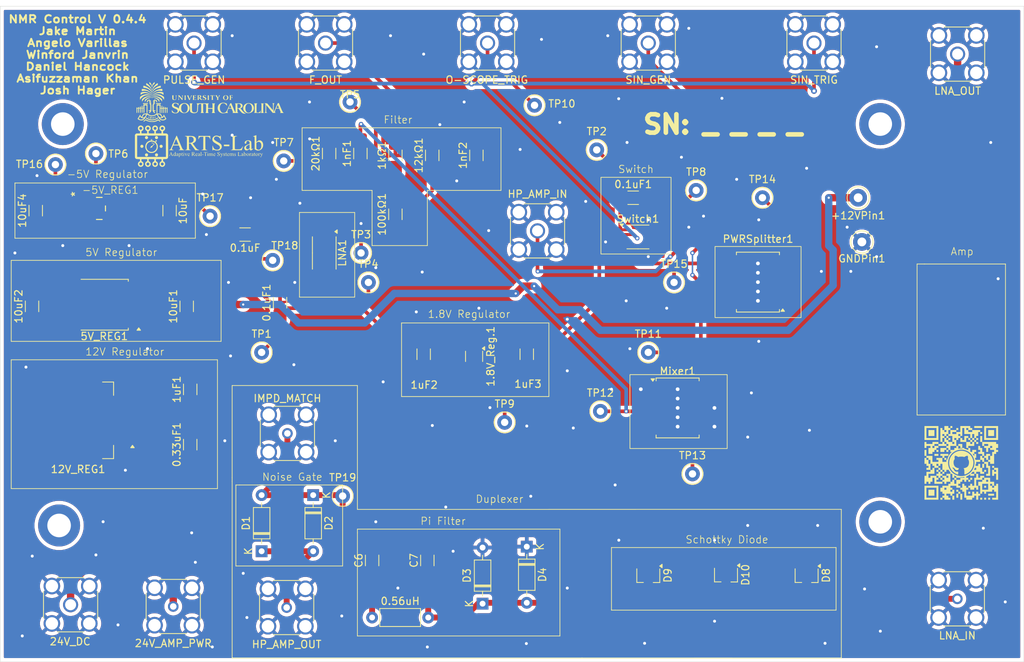
<source format=kicad_pcb>
(kicad_pcb (version 20241229) (generator "pcbnew") (generator_version "9.0")
  (layers (0 "F.Cu" signal) (2 "B.Cu" signal) (13 "F.Paste" user) (15 "B.Paste" user) (5 "F.SilkS" user "F.Silkscreen") (7 "B.SilkS" user "B.Silkscreen") (1 "F.Mask" user) (3 "B.Mask" user) (25 "Edge.Cuts" user))
  (net 0 "")
  (net 1 "Net-(+12VPin1-In)")
  (net 2 "Net-(-5V_REG1-OUT)")
  (net 3 "GND")
  (net 4 "Net-(-5V_REG1-C1+)")
  (net 5 "Net-(-5V_REG1-V+)")
  (net 6 "Net-(12V_REG1-VI)")
  (net 7 "Net-(D1-A)")
  (net 8 "Net-(D10-common)")
  (net 9 "Net-(Mixer1-IF)")
  (net 10 "Net-(LNA1-+IN1)")
  (net 11 "Net-(J12-In)")
  (net 12 "Net-(D1-K)")
  (net 13 "Net-(J4-In)")
  (net 14 "Net-(J9-In)")
  (net 15 "Net-(J10-In)")
  (net 16 "Net-(J11-In)")
  (net 17 "Net-(LNA1--IN1)")
  (net 18 "Net-(LNA1--IN2)")
  (net 19 "Net-(LNA1-OUT1)")
  (net 20 "Net-(Mixer1-LO)")
  (net 21 "Net-(PWRSplitter1-PORT2)")
  (net 26 "Net-(-5V_REG1-C1-)")
  (net 27 "Net-(1.8V_Reg.1-OUT)")
  (footprint "V 0.4.2 Footprints:CustomR" (layer "F.Cu") (at 130.75 93.5 180)
    (property "Reference" "0.1uF")
    (property "Value" "0.1μF")
  )
  (footprint "Connector_Coaxial:SMA_Amphenol_132134_Vertical" (layer "F.Cu") (at 107.061 143.764)
    (property "Reference" "24V_DC")
    (property "Value" "24V DC")
  )
  (footprint "LOGO" (layer "F.Cu") (at 126 75.5)
    (property "Reference" "G***" (hide yes))
    (property "Value" "LOGO" (hide yes))
  )
  (footprint "V 0.4.2 Footprints:CustomR" (layer "F.Cu") (at 123.3 114.525 90)
    (property "Reference" "1uF1")
    (property "Value" "1μF")
  )
  (footprint "V 0.4.2 Footprints:CustomR" (layer "F.Cu") (at 151.1625 82.75 90)
    (property "Reference" "1kΩ1")
    (property "Value" "1kΩ")
  )
  (footprint "V 0.4.2 Footprints:Switch" (layer "F.Cu") (at 184.1 93.825)
    (property "Reference" "Switch1")
    (property "Value" "ADG901BRMZ")
  )
  (footprint "V 0.4.2 Footprints:CustomR" (layer "F.Cu") (at 155.5 137.75 90)
    (property "Reference" "C7")
    (property "Value" "C15")
  )
  (footprint "Connector_Coaxial:SMA_Amphenol_132134-14_Vertical" (layer "F.Cu") (at 121 144)
    (property "Reference" "24V_AMP_PWR")
    (property "Value" "24V Amp")
  )
  (footprint "MountingHole:MountingHole_3.2mm_M3_ISO7380_Pad" (layer "F.Cu") (at 217 78.5)
    (property "Reference" "REF**" (hide yes))
    (property "Value" "Mount")
  )
  (footprint "V 0.4.2 Footprints:CustomR" (layer "F.Cu") (at 135.5 102.75 90)
    (property "Reference" "0.1uF1")
    (property "Value" "0.1μF")
  )
  (footprint "TestPoint:TestPoint_Keystone_5000-5004_Miniature" (layer "F.Cu") (at 126 91)
    (property "Reference" "TP17")
    (property "Value" "TestPoint")
  )
  (footprint "V 0.4.2 Footprints:CustomR" (layer "F.Cu") (at 155 109.75 90)
    (property "Reference" "1uF2")
    (property "Value" "1μF")
  )
  (footprint "V 0.4.2 Footprints:CustomR" (layer "F.Cu") (at 156.1625 82.75 90)
    (property "Reference" "12kΩ1")
    (property "Value" "12kΩ")
  )
  (footprint "V 0.4.2 Footprints:CustomR" (layer "F.Cu") (at 122.825 103.25 90)
    (property "Reference" "10uF1")
    (property "Value" "10μF")
  )
  (footprint "TestPoint:TestPoint_Keystone_5000-5004_Miniature" (layer "F.Cu") (at 136 83.5)
    (property "Reference" "TP7")
    (property "Value" "TestPoint")
  )
  (footprint "V 0.4.2 Footprints:1.8VReg" (layer "F.Cu") (at 161.85 110.04 -90)
    (property "Reference" "1.8V_Reg.1")
    (property "Value" "NCP715-1.8V")
  )
  (footprint "Connector_Coaxial:SMA_Amphenol_132134_Vertical" (layer "F.Cu") (at 170.46 93 180)
    (property "Reference" "HP_AMP_IN")
    (property "Value" "Sine Out")
  )
  (footprint "Diode_THT:D_DO-35_SOD27_P7.62mm_Horizontal" (layer "F.Cu") (at 140 128.88 -90)
    (property "Reference" "D2")
    (property "Value" "1N4148")
  )
  (footprint "MountingHole:MountingHole_3.2mm_M3_ISO7380_Pad" (layer "F.Cu") (at 105.5 133)
    (property "Reference" "REF**" (hide yes))
    (property "Value" "Mount")
  )
  (footprint "V 0.4.2 Footprints:CustomR" (layer "F.Cu") (at 169 109.75 90)
    (property "Reference" "1uF3")
    (property "Value" "1μF")
  )
  (footprint "MountingHole:MountingHole_3.2mm_M3_ISO7380_Pad" (layer "F.Cu") (at 106 78.5)
    (property "Reference" "REF**" (hide yes))
    (property "Value" "Mount")
  )
  (footprint "Diode_THT:D_DO-35_SOD27_P7.62mm_Horizontal" (layer "F.Cu") (at 133 136.5 90)
    (property "Reference" "D1")
    (property "Value" "1N4148")
  )
  (footprint "Inductor_THT:L_Axial_L5.3mm_D2.2mm_P7.62mm_Horizontal_Vishay_IM-1" (layer "F.Cu") (at 148 145.5)
    (property "Reference" "0.56uH")
    (property "Value" "L")
  )
  (footprint "Connector_Coaxial:SMA_Amphenol_132134_Vertical" (layer "F.Cu") (at 185.5 67.5 180)
    (property "Reference" "SIN_GEN")
    (property "Value" "SPI In")
  )
  (footprint "V 0.4.2 Footprints:CustomR" (layer "F.Cu") (at 142.1625 82.5 90)
    (property "Reference" "20kΩ1")
    (property "Value" "20kΩ")
  )
  (footprint "V 0.4.2 Footprints:5VReg2" (layer "F.Cu") (at 111.585 103.025 180)
    (property "Reference" "5V_REG1")
    (property "Value" "NCP1117-5.0_TO252")
  )
  (footprint "V 0.4.2 Footprints:Mixer2" (layer "F.Cu") (at 189.4845 117.04)
    (property "Reference" "Mixer1")
    (property "Value" "ADE-6")
  )
  (footprint "TestPoint:TestPoint_Keystone_5000-5004_Miniature" (layer "F.Cu") (at 146.5 96)
    (property "Reference" "TP3")
    (property "Value" "TestPoint")
  )
  (footprint "TestPoint:TestPoint_Keystone_5000-5004_Miniature" (layer "F.Cu") (at 191.5 126)
    (property "Reference" "TP13")
    (property "Value" "TestPoint")
  )
  (footprint "Connector_Coaxial:SMA_Amphenol_132134_Vertical" (layer "F.Cu") (at 163.675 67.5 180)
    (property "Reference" "O-SCOPE_TRIG")
    (property "Value" "Trig Out")
  )
  (footprint "Diode_THT:D_DO-35_SOD27_P7.62mm_Horizontal" (layer "F.Cu") (at 169 135.88 -90)
    (property "Reference" "D4")
    (property "Value" "1N4148")
  )
  (footprint "V 0.4.2 Footprints:Mf05A" (layer "F.Cu") (at 110.9579 89.9525)
    (property "Reference" "-5V_REG1")
    (property "Value" "LM828M5")
  )
  (footprint "V 0.4.2 Footprints:CustomR" (layer "F.Cu") (at 151.1625 90.75 90)
    (property "Reference" "100kΩ1")
    (property "Value" "100kΩ")
  )
  (footprint "TestPoint:TestPoint_Keystone_5000-5004_Miniature" (layer "F.Cu") (at 144 129)
    (property "Reference" "TP19")
    (property "Value" "TestPoint")
  )
  (footprint "Connector_Coaxial:SMA_Amphenol_132134_Vertical" (layer "F.Cu") (at 141.675 67.5 180)
    (property "Reference" "F_OUT")
    (property "Value" "Output Function")
  )
  (footprint "V 0.4.2 Footprints:CustomR" (layer "F.Cu") (at 123.3 122.025 90)
    (property "Reference" "0.33uF1")
    (property "Value" "0.33μF")
  )
  (footprint "LOGO" (layer "F.Cu") (at 124.5 81.5)
    (property "Reference" "G***" (hide yes))
    (property "Value" "LOGO" (hide yes))
  )
  (footprint "Connector_Coaxial:SMA_Amphenol_132134_Vertical" (layer "F.Cu") (at 227.5 69 180)
    (property "Reference" "LNA_OUT")
    (property "Value" "Mix RF")
  )
  (footprint "V 0.4.2 Footprints:CustomR" (layer "F.Cu") (at 146.4125 82.5 90)
    (property "Reference" "1nF1")
    (property "Value" "1nF")
  )
  (footprint "Package_TO_SOT_SMD:TSOT-23_HandSoldering" (layer "F.Cu") (at 207 139.79 -90)
    (property "Reference" "D8")
    (property "Value" "D_Schottky_Dual_Series_AKC")
  )
  (footprint "Connector_Coaxial:SMA_Amphenol_132134-14_Vertical" (layer "F.Cu") (at 227.46 142.96)
    (property "Reference" "LNA_IN")
    (property "Value" "Output")
  )
  (footprint "Connector_Pin:Pin_D1.0mm_L10.0mm_LooseFit" (layer "F.Cu") (at 214.5 94.5)
    (property "Reference" "GNDPin1")
    (property "Value" "Conn_Coaxial")
  )
  (footprint "V 0.4.2 Footprints:Mini-Circuits_CD636_LandPatternPL-035" (layer "F.Cu") (at 200.385 99.96)
    (property "Reference" "PWRSplitter1")
    (property "Value" "ADP-2-1W")
  )
  (footprint "TestPoint:TestPoint_Keystone_5000-5004_Miniature" (layer "F.Cu") (at 192 87.5)
    (property "Reference" "TP8")
    (property "Value" "TestPoint")
  )
  (footprint "TestPoint:TestPoint_Keystone_5000-5004_Miniature" (layer "F.Cu") (at 110.5 82.5)
    (property "Reference" "TP6")
    (property "Value" "TestPoint")
  )
  (footprint "TestPoint:TestPoint_Keystone_5000-5004_Miniature" (layer "F.Cu") (at 166 119)
    (property "Reference" "TP9")
    (property "Value" "TestPoint")
  )
  (footprint "TestPoint:TestPoint_Keystone_5000-5004_Miniature" (layer "F.Cu") (at 185.5 109.5)
    (property "Reference" "TP11")
    (property "Value" "TestPoint")
  )
  (footprint "LOGO" (layer "F.Cu") (at 228 124.5)
    (property "Reference" "G***" (hide yes))
    (property "Value" "LOGO" (hide yes))
  )
  (footprint "Connector_Coaxial:SMA_Amphenol_132134_Vertical" (layer "F.Cu") (at 208 67.5 180)
    (property "Reference" "SIN_TRIG")
    (property "Value" "Sine Wave")
  )
  (footprint "V 0.4.2 Footprints:CustomR" (layer "F.Cu") (at 120.5 90.25 -90)
    (property "Reference" "10uF")
    (property "Value" "10μF")
  )
  (footprint "TestPoint:TestPoint_Keystone_5000-5004_Miniature" (layer "F.Cu") (at 178.5 82)
    (property "Reference" "TP2")
    (property "Value" "TestPoint")
  )
  (footprint "Connector_Coaxial:SMA_Amphenol_132134-14_Vertical" (layer "F.Cu") (at 136.5 120.5)
    (property "Reference" "IMPD_MATCH")
    (property "Value" "Imped Match")
  )
  (footprint "TestPoint:TestPoint_Keystone_5000-5004_Miniature" (layer "F.Cu") (at 170.053 75.946)
    (property "Reference" "TP10")
    (property "Value" "TestPoint")
  )
  (footprint "TestPoint:TestPoint_Keystone_5000-5004_Miniature" (layer "F.Cu") (at 145 75.5)
    (property "Reference" "TP5")
    (property "Value" "TestPoint")
  )
  (footprint "MountingHole:MountingHole_3.2mm_M3_ISO7380_Pad" (layer "F.Cu") (at 217 132.5)
    (property "Reference" "REF**" (hide yes))
    (property "Value" "Mount")
  )
  (footprint "Connector_Coaxial:SMA_Amphenol_132134-14_Vertical" (layer "F.Cu") (at 136.398 144.145)
    (property "Reference" "HP_AMP_OUT")
    (property "Value" "Input 1")
  )
  (footprint "Connector_Coaxial:SMA_Amphenol_132134_Vertical" (layer "F.Cu") (at 123.825 67.5 180)
    (property "Reference" "PULSE_GEN")
    (property "Value" "Pulse Wave")
  )
  (footprint "Diode_THT:D_DO-35_SOD27_P7.62mm_Horizontal" (layer "F.Cu") (at 163 143.62 90)
    (property "Reference" "D3")
    (property "Value" "1N4148")
  )
  (footprint "V 0.4.2 Footprints:CustomR" (layer "F.Cu") (at 148 137.75 90)
    (property "Reference" "C6")
    (property "Value" "C14")
  )
  (footprint "Connector_Pin:Pin_D1.0mm_L10.0mm_LooseFit" (layer "F.Cu") (at 214 88.5)
    (property "Reference" "+12VPin1")
    (property "Value" "Conn_Coaxial")
  )
  (footprint "V 0.4.2 Footprints:LNA" (layer "F.Cu") (at 141.5 96 -90)
    (property "Reference" "LNA1")
    (property "Value" "LM4565")
  )
  (footprint "Package_TO_SOT_SMD:TSOT-23_HandSoldering" (layer "F.Cu") (at 185.5 139.79 -90)
    (property "Reference" "D9")
    (property "Value" "D_Schottky_Dual_Series_AKC")
  )
  (footprint "TestPoint:TestPoint_Keystone_5000-5004_Miniature" (layer "F.Cu") (at 134.5 97)
    (property "Reference" "TP18")
    (property "Value" "TestPoint")
  )
  (footprint "TestPoint:TestPoint_Keystone_5000-5004_Miniature" (layer "F.Cu") (at 147.5 100)
    (property "Reference" "TP4")
    (property "Value" "TestPoint")
  )
  (footprint "TestPoint:TestPoint_Keystone_5000-5004_Miniature" (layer "F.Cu") (at 179 117.5)
    (property "Reference" "TP12")
    (property "Value" "TestPoint")
  )
  (footprint "Package_TO_SOT_SMD:TSOT-23_HandSoldering" (layer "F.Cu") (at 196.05 139.71 -90)
    (property "Reference" "D10")
    (property "Value" "D_Schottky_Dual_Series_AKC")
  )
  (footprint "TestPoint:TestPoint_Keystone_5000-5004_Miniature" (layer "F.Cu") (at 201 88.5)
    (property "Reference" "TP14")
    (property "Value" "TestPoint")
  )
  (footprint "V 0.4.2 Footprints:CustomR" (layer "F.Cu") (at 102.325 90.25 90)
    (property "Reference" "10uF4")
    (property "Value" "10μF")
  )
  (footprint "V 0.4.2 Footprints:CustomR" (layer "F.Cu") (at 101.825 103.25 90)
    (property "Reference" "10uF2")
    (property "Value" "10μF")
  )
  (footprint "V 0.4.2 Footprints:CustomR" (layer "F.Cu") (at 183.45 88.5)
    (property "Reference" "0.1uF1")
    (property "Value" "0.1μF")
  )
  (footprint "TestPoint:TestPoint_Keystone_5000-5004_Miniature" (layer "F.Cu") (at 133 109.5)
    (property "Reference" "TP1")
    (property "Value" "TestPoint")
  )
  (footprint "V 0.4.2 Footprints:CustomR" (layer "F.Cu") (at 162.1625 82.75 90)
    (property "Reference" "1nF2")
    (property "Value" "1nF")
  )
  (footprint "TestPoint:TestPoint_Keystone_5000-5004_Miniature" (layer "F.Cu") (at 105 84)
    (property "Reference" "TP16")
    (property "Value" "TestPoint")
  )
  (footprint "TestPoint:TestPoint_Keystone_5000-5004_Miniature" (layer "F.Cu") (at 189 100)
    (property "Reference" "TP15")
    (property "Value" "TestPoint")
  )
  (footprint "V 0.4.2 Footprints:5VReg" (layer "F.Cu") (at 108.075 118.725 180)
    (property "Reference" "12V_REG1")
    (property "Value" "LM7812_TO220")
  )
  (gr_line (start 211 136) (end 211 144.5) (stroke (width 0.1)) (layer "F.SilkS"))
  (gr_line (start 124 86.5) (end 99.5 86.5) (stroke (width 0.1)) (layer "F.SilkS"))
  (gr_rect (start 194.564 95.123) (end 206.248 104.775) (stroke (width 0.1)) (fill no) (layer "F.SilkS"))
  (gr_line (start 146 148) (end 146 134) (stroke (width 0.1)) (layer "F.SilkS"))
  (gr_line (start 129.5 138.5) (end 144 138.5) (stroke (width 0.1)) (layer "F.SilkS"))
  (gr_line (start 138.1375 102) (end 145.6375 102) (stroke (width 0.1)) (layer "F.SilkS"))
  (gr_line (start 180.5 136) (end 211 136) (stroke (width 0.1)) (layer "F.SilkS"))
  (gr_line (start 127 110.5) (end 99 110.5) (stroke (width 0.1)) (layer "F.SilkS"))
  (gr_line (start 222 118) (end 222 97.5) (stroke (width 0.1)) (layer "F.SilkS"))
  (gr_line (start 165.5 87.5) (end 155.5 87.5) (stroke (width 0.1)) (layer "F.SilkS"))
  (gr_line (start 145.6375 102) (end 145.6375 90.5) (stroke (width 0.1)) (layer "F.SilkS"))
  (gr_line (start 99 110.5) (end 99 128) (stroke (width 0.1)) (layer "F.SilkS"))
  (gr_line (start 99.5 94) (end 124 94) (stroke (width 0.1)) (layer "F.SilkS"))
  (gr_line (start 155.5 95) (end 148 95) (stroke (width 0.1)) (layer "F.SilkS"))
  (gr_line (start 146 126.5) (end 146 130.813633) (stroke (width 0.1)) (layer "F.SilkS"))
  (gr_line (start 148 87.5) (end 139 87.5) (stroke (width 0.1)) (layer "F.SilkS"))
  (gr_line (start 138.5 79) (end 165.5 79) (stroke (width 0.1)) (layer "F.SilkS"))
  (gr_line (start 127 128) (end 127 110.5) (stroke (width 0.1)) (layer "F.SilkS"))
  (gr_line (start 138.1375 90.5) (end 138.1375 102) (stroke (width 0.1)) (layer "F.SilkS"))
  (gr_line (start 211 144.5) (end 181 144.5) (stroke (width 0.1)) (layer "F.SilkS"))
  (gr_line (start 146 134) (end 146 133.5) (stroke (width 0.1)) (layer "F.SilkS"))
  (gr_line (start 155.5 87.5) (end 155.5 95) (stroke (width 0.1)) (layer "F.SilkS"))
  (gr_line (start 173.5 148) (end 146 148) (stroke (width 0.1)) (layer "F.SilkS"))
  (gr_line (start 139 87.5) (end 138.5 87.5) (stroke (width 0.1)) (layer "F.SilkS"))
  (gr_line (start 129 114) (end 146 114) (stroke (width 0.1)) (layer "F.SilkS"))
  (gr_line (start 144 138.5) (end 144 127.5) (stroke (width 0.1)) (layer "F.SilkS"))
  (gr_line (start 129 126.5) (end 129 114) (stroke (width 0.1)) (layer "F.SilkS"))
  (gr_line (start 138.5 87.5) (end 138.5 79) (stroke (width 0.1)) (layer "F.SilkS"))
  (gr_line (start 222 97.5) (end 223 97.5) (stroke (width 0.1)) (layer "F.SilkS"))
  (gr_line (start 152 105.5) (end 152 115.5) (stroke (width 0.1)) (layer "F.SilkS"))
  (gr_line (start 234 118) (end 222 118) (stroke (width 0.1)) (layer "F.SilkS"))
  (gr_line (start 99.5 86.5) (end 99.5 94) (stroke (width 0.1)) (layer "F.SilkS"))
  (gr_line (start 180.5 144.5) (end 180.5 136) (stroke (width 0.1)) (layer "F.SilkS"))
  (gr_line (start 129.5 127.5) (end 129.5 138.5) (stroke (width 0.1)) (layer "F.SilkS"))
  (gr_line (start 223 97.5) (end 234 97.5) (stroke (width 0.1)) (layer "F.SilkS"))
  (gr_line (start 130 127.5) (end 129.5 127.5) (stroke (width 0.1)) (layer "F.SilkS"))
  (gr_line (start 129 126.5) (end 129 127) (stroke (width 0.1)) (layer "F.SilkS"))
  (gr_line (start 144 127.5) (end 130 127.5) (stroke (width 0.1)) (layer "F.SilkS"))
  (gr_line (start 127.5 108) (end 127.5 97) (stroke (width 0.1)) (layer "F.SilkS"))
  (gr_line (start 172 115.5) (end 172 105.5) (stroke (width 0.1)) (layer "F.SilkS"))
  (gr_line (start 234 97.5) (end 234 118) (stroke (width 0.1)) (layer "F.SilkS"))
  (gr_line (start 99 128) (end 127 128) (stroke (width 0.1)) (layer "F.SilkS"))
  (gr_line (start 146 133.5) (end 173.5 133.5) (stroke (width 0.1)) (layer "F.SilkS"))
  (gr_line (start 146 114) (end 146 126.5) (stroke (width 0.1)) (layer "F.SilkS"))
  (gr_line (start 152 115.5) (end 172 115.5) (stroke (width 0.1)) (layer "F.SilkS"))
  (gr_line (start 124 94) (end 124 86.5) (stroke (width 0.1)) (layer "F.SilkS"))
  (gr_rect (start 183.007 112.522) (end 196.215 122.555) (stroke (width 0.1)) (fill no) (layer "F.SilkS"))
  (gr_line (start 211.709 151.004597) (end 176.5 151) (stroke (width 0.1)) (layer "F.SilkS"))
  (gr_line (start 211.709 130.81) (end 211.709 151.004597) (stroke (width 0.1)) (layer "F.SilkS"))
  (gr_line (start 129 151) (end 176.5 151) (stroke (width 0.1)) (layer "F.SilkS"))
  (gr_line (start 148 95) (end 148 87.5) (stroke (width 0.1)) (layer "F.SilkS"))
  (gr_line (start 165.5 79) (end 165.5 87.5) (stroke (width 0.1)) (layer "F.SilkS"))
  (gr_line (start 146 130.813633) (end 211.709 130.81) (stroke (width 0.1)) (layer "F.SilkS"))
  (gr_line (start 145.6375 90.5) (end 138.1375 90.5) (stroke (width 0.1)) (layer "F.SilkS"))
  (gr_line (start 127.5 97) (end 99 97) (stroke (width 0.1)) (layer "F.SilkS"))
  (gr_rect (start 179.07 85.725) (end 188.595 96.139) (stroke (width 0.1)) (fill no) (layer "F.SilkS"))
  (gr_line (start 172 105.5) (end 152 105.5) (stroke (width 0.1)) (layer "F.SilkS"))
  (gr_line (start 99 97) (end 99 108) (stroke (width 0.1)) (layer "F.SilkS"))
  (gr_line (start 99 108) (end 127.5 108) (stroke (width 0.1)) (layer "F.SilkS"))
  (gr_line (start 181 144.5) (end 180.5 144.5) (stroke (width 0.1)) (layer "F.SilkS"))
  (gr_line (start 173.5 133.5) (end 173.5 148) (stroke (width 0.1)) (layer "F.SilkS"))
  (gr_line (start 129 127) (end 129 151) (stroke (width 0.1)) (layer "F.SilkS"))
  (gr_rect (start 97.5 62.5) (end 236.5 151.5) (stroke (width 0.05)) (fill no) (layer "Edge.Cuts"))
  (gr_text "Switch" (at 181.356 85.217 0) (layer "F.SilkS") (effects (font (size 1 1) (thickness 0.1)) (justify left bottom)))
  (gr_text "5V Regulator\n" (at 109 96.5 0) (layer "F.SilkS") (effects (font (size 1 1) (thickness 0.1)) (justify left bottom)))
  (gr_text "Amp\n\n" (at 226.5 98 0) (layer "F.SilkS") (effects (font (size 1 1) (thickness 0.1)) (justify left bottom)))
  (gr_text "Noise Gate\n" (at 133 127 0) (layer "F.SilkS") (effects (font (size 1 1) (thickness 0.1)) (justify left bottom)))
  (gr_text "SN: _ _ _ _" (at 184.5 80 0) (layer "F.SilkS") (effects (font (size 2.5 2.5) (thickness 0.625) (bold yes)) (justify left bottom)))
  (gr_text "Duplexer" (at 162 130 0) (layer "F.SilkS") (effects (font (size 1 1) (thickness 0.1)) (justify left bottom)))
  (gr_text "Schottky Diode" (at 190.5 135.5 0) (layer "F.SilkS") (effects (font (size 1 1) (thickness 0.1)) (justify left bottom)))
  (gr_text "NMR Control V 0.4.4\nJake Martin\nAngelo Varillas\nWinford Janvrin\nDaniel Hancock\nAsifuzzaman Khan\nJosh Hager" (at 108 74.5 0) (layer "F.SilkS") (effects (font (size 1 1.2) (thickness 0.25) (bold yes)) (justify bottom)))
  (gr_text "1.8V Regulator\n\n" (at 155.5 106.5 0) (layer "F.SilkS") (effects (font (size 1 1) (thickness 0.1)) (justify left bottom)))
  (gr_text "Filter\n" (at 149.5 78.5 0) (layer "F.SilkS") (effects (font (size 1 1) (thickness 0.1)) (justify left bottom)))
  (gr_text "-5V Regulator\n\n" (at 106.5 87.5 0) (layer "F.SilkS") (effects (font (size 1 1) (thickness 0.1)) (justify left bottom)))
  (gr_text "12V Regulator\n" (at 109 110 0) (layer "F.SilkS") (effects (font (size 1 1) (thickness 0.1)) (justify left bottom)))
  (gr_text "Pi Filter\n" (at 154.5 133 0) (layer "F.SilkS") (effects (font (size 1 1) (thickness 0.1)) (justify left bottom)))
  (segment (start 122.825 105) (end 121.31 105) (width 1) (layer "F.Cu") (net 1))
  (segment (start 121.31 105) (end 117.055 100.745) (width 1) (layer "F.Cu") (net 1))
  (segment (start 210 88.5) (end 214 88.5) (width 1) (layer "F.Cu") (net 1))
  (segment (start 123.21 116.185) (end 123.3 116.275) (width 0.2) (layer "F.Cu") (net 1))
  (segment (start 167.5 101.5) (end 168.5 100.5) (width 1) (layer "F.Cu") (net 1))
  (segment (start 116 116.185) (end 123.21 116.185) (width 1) (layer "F.Cu") (net 1))
  (segment (start 116 116.185) (end 122.825 109.36) (width 1) (layer "F.Cu") (net 1))
  (segment (start 125.5 99) (end 129.5 103) (width 1) (layer "F.Cu") (net 1))
  (segment (start 117.9 99.9) (end 118.8 99) (width 1) (layer "F.Cu") (net 1))
  (segment (start 122.825 109.36) (end 122.825 105) (width 1) (layer "F.Cu") (net 1))
  (segment (start 118.8 99) (end 125.5 99) (width 1) (layer "F.Cu") (net 1))
  (segment (start 168.5 100.5) (end 170 100.5) (width 1) (layer "F.Cu") (net 1))
  (segment (start 117.055 100.745) (end 117.9 99.9) (width 0.8) (layer "F.Cu") (net 1))
  (segment (start 129.5 103) (end 130.5 103) (width 1) (layer "F.Cu") (net 1))
  (via (at 130.5 103) (size 0.6) (drill 0.3) (layers "F.Cu" "B.Cu") (net 1))
  (via (at 210 88.5) (size 0.6) (drill 0.3) (layers "F.Cu" "B.Cu") (net 1))
  (via (at 170 100.5) (size 0.6) (drill 0.3) (layers "F.Cu" "B.Cu") (net 1))
  (via (at 167.5 101.5) (size 0.6) (drill 0.3) (layers "F.Cu" "B.Cu") (net 1))
  (segment (start 210.6 100.4) (end 210.6 95.6) (width 1) (layer "B.Cu") (net 1))
  (segment (start 210.6 95.6) (end 210 95) (width 1) (layer "B.Cu") (net 1))
  (segment (start 135.5 103) (end 130.5 103) (width 1) (layer "B.Cu") (net 1))
  (segment (start 167.5 101.5) (end 151 101.5) (width 1) (layer "B.Cu") (net 1))
  (segment (start 176.208 103.708) (end 179 106.5) (width 1) (layer "B.Cu") (net 1))
  (segment (start 147 105.5) (end 138 105.5) (width 1) (layer "B.Cu") (net 1))
  (segment (start 138 105.5) (end 135.5 103) (width 1) (layer "B.Cu") (net 1))
  (segment (start 179 106.5) (end 204.5 106.5) (width 1) (layer "B.Cu") (net 1))
  (segment (start 151 101.5) (end 147 105.5) (width 1) (layer "B.Cu") (net 1))
  (segment (start 173.208 103.708) (end 176.208 103.708) (width 1) (layer "B.Cu") (net 1))
  (segment (start 170 100.5) (end 173.208 103.708) (width 1) (layer "B.Cu") (net 1))
  (segment (start 210 95) (end 210 88.5) (width 1) (layer "B.Cu") (net 1))
  (segment (start 204.5 106.5) (end 210.6 100.4) (width 1) (layer "B.Cu") (net 1))
  (segment (start 105 87.85) (end 105 84) (width 0.5) (layer "F.Cu") (net 2))
  (segment (start 105.325 89) (end 105.325 88.175) (width 0.5) (layer "F.Cu") (net 2))
  (segment (start 105.325 88.175) (end 105 87.85) (width 0.5) (layer "F.Cu") (net 2))
  (segment (start 132.5 93.5) (end 139.7125 93.5) (width 0.5) (layer "F.Cu") (net 2))
  (segment (start 110.9579 87.4579) (end 110.5 87) (width 0.5) (layer "F.Cu") (net 2))
  (segment (start 109.4158 89) (end 110.4579 87.9579) (width 0.5) (layer "F.Cu") (net 2))
  (segment (start 139.7125 93.5) (end 140.525 92.6875) (width 0.4) (layer "F.Cu") (net 2))
  (segment (start 126.05 87.05) (end 132.5 93.5) (width 0.5) (layer "F.Cu") (net 2))
  (segment (start 105.325 89) (end 109.4158 89) (width 0.5) (layer "F.Cu") (net 2))
  (segment (start 102.325 92) (end 105.325 89) (width 0.5) (layer "F.Cu") (net 2))
  (segment (start 110.4579 87.9579) (end 110.9579 87.4579) (width 0.5) (layer "F.Cu") (net 2))
  (segment (start 110.9579 87.4579) (end 111.3658 87.05) (width 0.5) (layer "F.Cu") (net 2))
  (segment (start 110.5 87) (end 110.5 82.5) (width 0.5) (layer "F.Cu") (net 2))
  (segment (start 111.3658 87.05) (end 126.05 87.05) (width 0.5) (layer "F.Cu") (net 2))
  (segment (start 161.85 104.15) (end 161.85 108.29) (width 0.5) (layer "F.Cu") (net 3))
  (segment (start 186.5 94.1375) (end 186.5 94.8) (width 0.2) (layer "F.Cu") (net 3))
  (segment (start 180.05 94.15) (end 179.7 94.5) (width 0.5) (layer "F.Cu") (net 3))
  (segment (start 139.8375 100) (end 140.525 99.3125) (width 0.5) (layer "F.Cu") (net 3))
  (segment (start 137.5 100) (end 139.8375 100) (width 0.5) (layer "F.Cu") (net 3))
  (segment (start 161.85 104.15) (end 162.5 103.5) (width 0.2) (layer "F.Cu") (net 3))
  (segment (start 181.7 94.15) (end 180.05 94.15) (width 0.4) (layer "F.Cu") (net 3))
  (segment (start 214.5 94.5) (end 216.5 96.5) (width 0.2) (layer "F.Cu") (net 3))
  (segment (start 214.5 94.5) (end 212.5 92.5) (width 0.2) (layer "F.Cu") (net 3))
  (segment (start 186.5 93.5) (end 186.5 94.1375) (width 0.2) (layer "F.Cu") (net 3))
  (via (at 171 67) (size 0.8) (drill 0.4) (layers "F.Cu" "B.Cu") (net 3))
  (via (at 129 80) (size 0.8) (drill 0.4) (layers "F.Cu" "B.Cu") (net 3))
  (via (at 191 65.5) (size 0.8) (drill 0.4) (layers "F.Cu" "B.Cu") (net 3))
  (via (at 194.5 135) (size 0.8) (drill 0.4) (layers "F.Cu" "B.Cu") (net 3))
  (via (at 216.5 96.5) (size 0.8) (drill 0.4) (layers "F.Cu" "B.Cu") (net 3))
  (via (at 175.317396 119.769059) (size 0.8) (drill 0.4) (layers "F.Cu" "B.Cu") (net 3))
  (via (at 110.5 137) (size 0.8) (drill 0.4) (layers "F.Cu" "B.Cu") (net 3))
  (via (at 134.5 81) (size 0.8) (drill 0.4) (layers "F.Cu" "B.Cu") (net 3))
  (via (at 155.5 149.5) (size 0.8) (drill 0.4) (layers "F.Cu" "B.Cu") (net 3))
  (via (at 174.5 105) (size 0.8) (drill 0.4) (layers "F.Cu" "B.Cu") (net 3))
  (via (at 117.5 109) (size 0.8) (drill 0.4) (layers "F.Cu" "B.Cu") (net 3))
  (via (at 143 121.5) (size 0.8) (drill 0.4) (layers "F.Cu" "B.Cu") (net 3))
  (via (at 181 127.5) (size 0.8) (drill 0.4) (layers "F.Cu" "B.Cu") (net 3))
  (via (at 154 104) (size 0.8) (drill 0.4) (layers "F.Cu" "B.Cu") (net 3))
  (via (at 159 136.5) (size 0.8) (drill 0.4) (layers "F.Cu" "B.Cu") (net 3))
  (via (at 125.5 93.5) (size 0.8) (drill 0.4) (layers "F.Cu" "B.Cu") (net 3))
  (via (at 174.5 112) (size 0.8) (drill 0.4) (layers "F.Cu" "B.Cu") (net 3))
  (via (at 124 138) (size 0.8) (drill 0.4) (layers "F.Cu" "B.Cu") (net 3))
  (via (at 146.5 92) (size 0.8) (drill 0.4) (layers "F.Cu" "B.Cu") (net 3))
  (via (at 174.5 141.5) (size 0.8) (drill 0.4) (layers "F.Cu" "B.Cu") (net 3))
  (via (at 99.5 96) (size 0.8) (drill 0.4) (layers "F.Cu" "B.Cu") (net 3))
  (via (at 173.483495 78.277049) (size 0.8) (drill 0.4) (layers "F.Cu" "B.Cu") (net 3))
  (via (at 100.5 148) (size 0.8) (drill 0.4) (layers "F.Cu" "B.Cu") (net 3))
  (via (at 208.5 133) (size 0.8) (drill 0.4) (layers "F.Cu" "B.Cu") (net 3))
  (via (at 164 117) (size 0.8) (drill 0.4) (layers "F.Cu" "B.Cu") (net 3))
  (via (at 114.5 125.5) (size 0.8) (drill 0.4) (layers "F.Cu" "B.Cu") (net 3))
  (via (at 137.5 100) (size 0.8) (drill 0.4) (layers "F.Cu" "B.Cu") (net 3))
  (via (at 163.83 92.964) (size 0.8) (drill 0.4) (layers "F.Cu" "B.Cu") (net 3))
  (via (at 185.5 96.5) (size 0.8) (drill 0.4) (layers "F.Cu" "B.Cu") (net 3))
  (via (at 155 69) (size 0.8) (drill 0.4) (layers "F.Cu" "B.Cu") (net 3))
  (via (at 137.378569 111.172648) (size 0.8) (drill 0.4) (layers "F.Cu" "B.Cu") (net 3))
  (via (at 217.006986 147.353986) (size 0.8) (drill 0.4) (layers "F.Cu" "B.Cu") (net 3))
  (via (at 148.5 132.5) (size 0.8) (drill 0.4) (layers "F.Cu" "B.Cu") (net 3))
  (via (at 168.943498 149.035062) (size 0.8) (drill 0.4) (layers "F.Cu" "B.Cu") (net 3))
  (via (at 151.5 141.5) (size 0.8) (drill 0.4) (layers "F.Cu" "B.Cu") (net 3))
  (via (at 101 111.5) (size 0.8) (drill 0.4) (layers "F.Cu" "B.Cu") (net 3))
  (via (at 185 149) (size 0.8) (drill 0.4) (layers "F.Cu" "B.Cu") (net 3))
  (via (at 160.5 75.5) (size 0.8) (drill 0.4) (layers "F.Cu" "B.Cu") (net 3))
  (via (at 181.483 75.057) (size 0.8) (drill 0.4) (layers "F.Cu" "B.Cu") (net 3))
  (via (at 180 66.5) (size 0.8) (drill 0.4) (layers "F.Cu" "B.Cu") (net 3))
  (via (at 209.5 149) (size 0.8) (drill 0.4) (layers "F.Cu" "B.Cu") (net 3))
  (via (at 130.5 139.5) (size 0.8) (drill 0.4) (layers "F.Cu" "B.Cu") (net 3))
  (via (at 113.5 146.5) (size 0.8) (drill 0.4) (layers "F.Cu" "B.Cu") (net 3))
  (via (at 129 66.5) (size 0.8) (drill 0.4) (layers "F.Cu" "B.Cu") (net 3))
  (via (at 138.194902 89.247445) (size 0.8) (drill 0.4) (layers "F.Cu" "B.Cu") (net 3))
  (via (at 150.5 66.5) (size 0.8) (drill 0.4) (layers "F.Cu" "B.Cu") (net 3))
  (via (at 230.990481 133.370491) (size 0.8) (drill 0.4) (layers "F.Cu" "B.Cu") (net 3))
  (via (at 139.5 75.5) (size 0.8) (drill 0.4) (layers "F.Cu" "B.Cu") (net 3))
  (via (at 194.5 146) (size 0.8) (drill 0.4) (layers "F.Cu" "B.Cu") (net 3))
  (via (at 209 98.5) (size 0.8) (drill 0.4) (layers "F.Cu" "B.Cu") (net 3))
  (via (at 115 95) (size 0.8) (drill 0.4) (layers "F.Cu" "B.Cu") (net 3))
  (via (at 188 103.5) (size 0.8) (drill 0.4) (layers "F.Cu" "B.Cu") (net 3))
  (via (at 216.5 68) (size 0.8) (drill 0.4) (layers "F.Cu" "B.Cu") (net 3))
  (via (at 177 89) (size 0.8) (drill 0.4) (layers "F.Cu" "B.Cu") (net 3))
  (via (at 157.196503 78.57238) (size 0.8) (drill 0.4) (layers "F.Cu" "B.Cu") (net 3))
  (via (at 182.616059 80.994891) (size 0.8) (drill 0.4) (layers "F.Cu" "B.Cu") (net 3))
  (via (at 233.97057 143.380534) (size 0.8) (drill 0.4) (layers "F.Cu" "B.Cu") (net 3))
  (via (at 135 86) (size 0.8) (drill 0.4) (layers "F.Cu" "B.Cu") (net 3))
  (via (at 128 121.5) (size 0.8) (drill 0.4) (layers "F.Cu" "B.Cu") (net 3))
  (via (at 195.5 75) (size 0.8) (drill 0.4) (layers "F.Cu" "B.Cu") (net 3))
  (via (at 199.5 115) (size 0.8) (drill 0.4) (layers "F.Cu" "B.Cu") (net 3))
  (via (at 162.5 103.5) (size 0.8) (drill 0.4) (layers "F.Cu" "B.Cu") (net 3))
  (via (at 200.5 108) (size 0.8) (drill 0.4) (layers "F.Cu" "B.Cu") (net 3))
  (via (at 185.5 91.5) (size 0.8) (drill 0.4) (layers "F.Cu" "B.Cu") (net 3))
  (via (at 159.48888 86.213634) (size 0.8) (drill 0.4) (layers "F.Cu" "B.Cu") (net 3))
  (via (at 199 121) (size 0.8) (drill 0.4) (layers "F.Cu" "B.Cu") (net 3))
  (via (at 207 84.5) (size 0.8) (drill 0.4) (layers "F.Cu" "B.Cu") (net 3))
  (via (at 190 83) (size 0.8) (drill 0.4) (layers "F.Cu" "B.Cu") (net 3))
  (via (at 125 88) (size 0.8) (drill 0.4) (layers "F.Cu" "B.Cu") (net 3))
  (via (at 169.545 129.032) (size 0.8) (drill 0.4) (layers "F.Cu" "B.Cu") (net 3))
  (via (at 207.379006 120.074709) (size 0.8) (drill 0.4) (layers "F.Cu" "B.Cu") (net 3))
  (via (at 179.7 94.5) (size 0.8) (drill 0.4) (layers "F.Cu" "B.Cu") (net 3))
  (via (at 102.5 85.5) (size 0.8) (drill 0.4) (layers "F.Cu" "B.Cu") (net 3))
  (via (at 139.519735 80.508165) (size 0.8) (drill 0.4) (layers "F.Cu" "B.Cu") (net 3))
  (via (at 131.5 88.5) (size 0.8) (drill 0.4) (layers "F.Cu" "B.Cu") (net 3))
  (via (at 232 81) (size 0.8) (drill 0.4) (layers "F.Cu" "B.Cu") (net 3))
  (via (at 101.854 137.16) (size 0.8) (drill 0.4) (layers "F.Cu" "B.Cu") (net 3))
  (via (at 128.778 109.982) (size 0.8) (drill 0.4) (layers "F.Cu" "B.Cu") (net 3))
  (via (at 191 92.5) (size 0.8) (drill 0.4) (layers "F.Cu" "B.Cu") (net 3))
  (via (at 213 98.5) (size 0.8) (drill 0.4) (layers "F.Cu" "B.Cu") (net 3))
  (via (at 128.5 100) (size 0.8) (drill 0.4) (layers "F.Cu" "B.Cu") (net 3))
  (via (at 106 95) (size 0.8) (drill 0.4) (layers "F.Cu" "B.Cu") (net 3))
  (via (at 183 109) (size 0.8) (drill 0.4) (layers "F.Cu" "B.Cu") (net 3))
  (via (at 168.09641 81.944851) (size 0.8) (drill 0.4) (layers "F.Cu" "B.Cu") (net 3))
  (via (at 197.5 86) (size 0.8) (drill 0.4) (layers "F.Cu" "B.Cu") (net 3))
  (via (at 200.5 91.5) (size 0.8) (drill 0.4) (layers "F.Cu" "B.Cu") (net 3))
  (via (at 212.5 92.5) (size 0.8) (drill 0.4) (layers "F.Cu" "B.Cu") (net 3))
  (via (at 181.5 135) (size 0.8) (drill 0.4) (layers "F.Cu" "B.Cu") (net 3))
  (via (at 182.5 102.5) (size 0.8) (drill 0.4) (layers "F.Cu" "B.Cu") (net 3))
  (via (at 123.5 134) (size 0.8) (drill 0.4) (layers "F.Cu" "B.Cu") (net 3))
  (via (at 131 145.5) (size 0.8) (drill 0.4) (layers "F.Cu" "B.Cu") (net 3))
  (via (at 143.880184 145.290848) (size 0.8) (drill 0.4) (layers "F.Cu" "B.Cu") (net 3))
  (via (at 158 130.5) (size 0.8) (drill 0.4) (layers "F.Cu" "B.Cu") (net 3))
  (via (at 148.5 98) (size 0.8) (drill 0.4) (layers "F.Cu" "B.Cu") (net 3))
  (via (at 154.802244 98.592466) (size 0.8) (drill 0.4) (layers "F.Cu" "B.Cu") (net 3))
  (via (at 214.867435 141.623046) (size 0.8) (drill 0.4) (layers "F.Cu" "B.Cu") (net 3))
  (via (at 169 119.5) (size 0.8) (drill 0.4) (layers "F.Cu" "B.Cu") (net 3))
  (via (at 199 133) (size 0.8) (drill 0.4) (layers "F.Cu" "B.Cu") (net 3))
  (via (at 111.474717 132.491747) (size 0.8) (drill 0.4) (layers "F.Cu" "B.Cu") (net 3))
  (via (at 149.5 113.5) (size 0.8) (drill 0.4) (layers "F.Cu" "B.Cu") (net 3))
  (via (at 233 99.5) (size 0.8) (drill 0.4) (layers "F.Cu" "B.Cu") (net 3))
  (via (at 180.5 114.5) (size 0.8) (drill 0.4) (layers "F.Cu" "B.Cu") (net 3))
  (via (at 193 91) (size 0.8) (drill 0.4) (layers "F.Cu" "B.Cu") (net 3))
  (via (at 156.176054 119.425202) (size 0.8) (drill 0.4) (layers "F.Cu" "B.Cu") (net 3))
  (via (at 126.3053 149.493537) (size 0.8) (drill 0.4) (layers "F.Cu" "B.Cu") (net 3))
  (segment (start 120 89) (end 120.5 88.5) (width 0.2) (layer "F.Cu") (net 4))
  (segment (start 117 89) (end 118.5 89) (width 0.5) (layer "F.Cu") (net 4))
  (segment (start 124 89) (end 126 91) (width 0.5) (layer "F.Cu") (net 4))
  (segment (start 112.5 89) (end 117 89) (width 0.5) (layer "F.Cu") (net 4))
  (segment (start 118.5 89) (end 124 89) (width 0.5) (layer "F.Cu") (net 4))
  (segment (start 118.5 89) (end 120 89) (width 0.5) (layer "F.Cu") (net 4))
  (segment (start 129 97.5) (end 107.8579 97.5) (width 0.5) (layer "F.Cu") (net 5))
  (segment (start 139.605588 103.5) (end 142.475 100.630588) (width 0.5) (layer "F.Cu") (net 5))
  (segment (start 107.8579 98.9671) (end 107.8579 97.5) (width 0.8) (layer "F.Cu") (net 5))
  (segment (start 135 105) (end 135 103.5) (width 0.2) (layer "F.Cu") (net 5))
  (segment (start 103.8 103.025) (end 101.825 105) (width 0.8) (layer "F.Cu") (net 5))
  (segment (start 155.08 111.58) (end 155 111.5) (width 0.2) (layer "F.Cu") (net 5))
  (segment (start 107.8579 97.5) (end 107.8579 90.0256) (width 0.8) (layer "F.Cu") (net 5))
  (segment (start 107.931 89.9525) (end 109.4158 89.9525) (width 0.8) (layer "F.Cu") (net 5))
  (segment (start 142.475 100.630588) (end 142.475 99.3125) (width 0.5) (layer "F.Cu") (net 5))
  (segment (start 135 105) (end 136.5 103.5) (width 0.5) (layer "F.Cu") (net 5))
  (segment (start 136.5 103.5) (end 139.605588 103.5) (width 0.5) (layer "F.Cu") (net 5))
  (segment (start 154.375 111.5) (end 155 111.5) (width 0.2) (layer "F.Cu") (net 5))
  (segment (start 135.5 107) (end 133 109.5) (width 0.5) (layer "F.Cu") (net 5))
  (segment (start 107.8579 90.0256) (end 107.931 89.9525) (width 0.8) (layer "F.Cu") (net 5))
  (segment (start 146.33125 103.16875) (end 147.5 102) (width 0.5) (layer "F.Cu") (net 5))
  (segment (start 142.475 99.3125) (end 146.33125 103.16875) (width 0.5) (layer "F.Cu") (net 5))
  (segment (start 155 111.5) (end 160.91 111.5) (width 0.5) (layer "F.Cu") (net 5))
  (segment (start 146.33125 103.16875) (end 154.6625 111.5) (width 0.5) (layer "F.Cu") (net 5))
  (segment (start 135 103.5) (end 129 97.5) (width 0.5) (layer "F.Cu") (net 5))
  (segment (start 154.6625 111.5) (end 155 111.5) (width 0.2) (layer "F.Cu") (net 5))
  (segment (start 101.825 105) (end 107.8579 98.9671) (width 0.8) (layer "F.Cu") (net 5))
  (segment (start 160.91 111.5) (end 161.2 111.79) (width 0.5) (layer "F.Cu") (net 5))
  (segment (start 110.325 103.025) (end 103.8 103.025) (width 0.8) (layer "F.Cu") (net 5))
  (segment (start 147.5 102) (end 147.5 100) (width 0.5) (layer "F.Cu") (net 5))
  (segment (start 135.5 104.5) (end 135.5 107) (width 0.5) (layer "F.Cu") (net 5))
  (segment (start 116 121.265) (end 116.55 121.815) (width 0.8) (layer "F.Cu") (net 6))
  (segment (start 116 121.265) (end 116.735 121.265) (width 0.8) (layer "F.Cu") (net 6))
  (segment (start 116.55 135.985) (end 114.435 138.1) (width 1) (layer "F.Cu") (net 6))
  (segment (start 121 144) (end 121 126.265) (width 1) (layer "F.Cu") (net 6))
  (segment (start 116.735 121.265) (end 119.245 123.775) (width 0.8) (layer "F.Cu") (net 6))
  (segment (start 116.55 121.815) (end 116.55 135.985) (width 1) (layer "F.Cu") (net 6))
  (segment (start 121 126.265) (end 116 121.265) (width 1) (layer "F.Cu") (net 6))
  (segment (start 107.061 140.939) (end 107.061 143.764) (width 1) (layer "F.Cu") (net 6))
  (segment (start 114.435 138.1) (end 109.9 138.1) (width 1) (layer "F.Cu") (net 6))
  (segment (start 109.9 138.1) (end 107.061 140.939) (width 1) (layer "F.Cu") (net 6))
  (segment (start 119.245 123.775) (end 123.3 123.775) (width 1) (layer "F.Cu") (net 6))
  (segment (start 140 128.88) (end 143.88 128.88) (width 0.8) (layer "F.Cu") (net 7))
  (segment (start 144 138) (end 145.5 139.5) (width 0.8) (layer "F.Cu") (net 7))
  (segment (start 143.88 128.88) (end 144 129) (width 0.8) (layer "F.Cu") (net 7))
  (segment (start 145.5 139.5) (end 148 139.5) (width 0.8) (layer "F.Cu") (net 7))
  (segment (start 136.5 125.38) (end 133 128.88) (width 0.8) (layer "F.Cu") (net 7))
  (segment (start 133 128.88) (end 140 128.88) (width 0.8) (layer "F.Cu") (net 7))
  (segment (start 136.5 125.38) (end 136.5 120.5) (width 0.8) (layer "F.Cu") (net 7))
  (segment (start 144 129) (end 144 138) (width 0.8) (layer "F.Cu") (net 7))
  (segment (start 148 145.5) (end 148 139.5) (width 0.8) (layer "F.Cu") (net 7))
  (segment (start 207 141.5) (end 196.13 141.5) (width 0.8) (layer "F.Cu") (net 8))
  (segment (start 207 141.5) (end 210 144.5) (width 0.8) (layer "F.Cu") (net 8))
  (segment (start 169 143.5) (end 163.12 143.5) (width 0.8) (layer "F.Cu") (net 8))
  (segment (start 196.13 141.5) (end 196.05 141.42) (width 0.8) (layer "F.Cu") (net 8))
  (segment (start 155.62 140.12) (end 155 139.5) (width 0.8) (layer "F.Cu") (net 8))
  (segment (start 160.5 145.5) (end 155.62 145.5) (width 0.8) (layer "F.Cu") (net 8))
  (segment (start 163 143.62) (end 162.38 143.62) (width 0.8) (layer "F.Cu") (net 8))
  (segment (start 163.12 143.5) (end 163 143.62) (width 0.8) (layer "F.Cu") (net 8))
  (segment (start 196.05 141.42) (end 185.58 141.42) (width 0.8) (layer "F.Cu") (net 8))
  (segment (start 211.54 142.96) (end 227.46 142.96) (width 0.8) (layer "F.Cu") (net 8))
  (segment (start 185.5 141.5) (end 183.5 143.5) (width 0.8) (layer "F.Cu") (net 8))
  (segment (start 162.38 143.62) (end 160.5 145.5) (width 0.8) (layer "F.Cu") (net 8))
  (segment (start 183.5 143.5) (end 169 143.5) (width 0.8) (layer "F.Cu") (net 8))
  (segment (start 210 144.5) (end 211.54 142.96) (width 0.8) (layer "F.Cu") (net 8))
  (segment (start 155.62 145.5) (end 155.62 140.12) (width 0.8) (layer "F.Cu") (net 8))
  (segment (start 185.58 141.42) (end 185.5 141.5) (width 0.8) (layer "F.Cu") (net 8))
  (segment (start 182.5 117.5) (end 185.8895 117.5) (width 0.5) (layer "F.Cu") (net 9))
  (segment (start 146.4125 78.5875) (end 146.5 78.5) (width 0.2) (layer "F.Cu") (net 9))
  (segment (start 146.4125 80.75) (end 146.4125 78.5875) (width 0.5) (layer "F.Cu") (net 9))
  (segment (start 182.5 117.5) (end 179 117.5) (width 0.5) (layer "F.Cu") (net 9))
  (segment (start 185.8895 117.5) (end 186.3495 117.04) (width 0.5) (layer "F.Cu") (net 9))
  (via (at 182.5 117.5) (size 0.6) (drill 0.3) (layers "F.Cu" "B.Cu") (net 9))
  (via (at 146.5 78.5) (size 0.6) (drill 0.3) (layers "F.Cu" "B.Cu") (net 9))
  (segment (start 146.5 78.5) (end 182.5 114.5) (width 0.5) (layer "B.Cu") (net 9))
  (segment (start 182.5 114.5) (end 182.5 117.5) (width 0.5) (layer "B.Cu") (net 9))
  (segment (start 141.1875 92.6875) (end 141.1875 89.475) (width 0.4) (layer "F.Cu") (net 10))
  (segment (start 143.33125 87.33125) (end 146.4125 84.25) (width 0.5) (layer "F.Cu") (net 10))
  (segment (start 141.75 84.25) (end 141 83.5) (width 0.5) (layer "F.Cu") (net 10))
  (segment (start 142.1625 84.25) (end 141.75 84.25) (width 0.5) (layer "F.Cu") (net 10))
  (segment (start 141 83.5) (end 136 83.5) (width 0.5) (layer "F.Cu") (net 10))
  (segment (start 141.1875 89.475) (end 143.33125 87.33125) (width 0.5) (layer "F.Cu") (net 10))
  (segment (start 142.1625 84.25) (end 146.4125 84.25) (width 0.5) (layer "F.Cu") (net 10))
  (segment (start 148 71.597613) (end 148 69.5) (width 0.5) (layer "F.Cu") (net 11))
  (segment (start 148 69.5) (end 146 67.5) (width 0.5) (layer "F.Cu") (net 11))
  (segment (start 154.71 81) (end 154.71 78.307613) (width 0.5) (layer "F.Cu") (net 11))
  (segment (start 146 67.5) (end 141.675 67.5) (width 0.5) (layer "F.Cu") (net 11))
  (segment (start 154.71 78.307613) (end 148 71.597613) (width 0.5) (layer "F.Cu") (net 11))
  (segment (start 156.1625 81) (end 162.1625 81) (width 0.5) (layer "F.Cu") (net 11))
  (segment (start 156.1625 81) (end 154.71 81) (width 0.5) (layer "F.Cu") (net 11))
  (segment (start 140.04 136.54) (end 140 136.5) (width 0.2) (layer "F.Cu") (net 12))
  (segment (start 140 136.5) (end 136.398 140.102) (width 0.8) (layer "F.Cu") (net 12))
  (segment (start 140 136.5) (end 133 136.5) (width 0.8) (layer "F.Cu") (net 12))
  (segment (start 136.398 140.102) (end 136.398 144.145) (width 0.8) (layer "F.Cu") (net 12))
  (segment (start 161.5 73) (end 163.675 70.825) (width 0.5) (layer "F.Cu") (net 13))
  (segment (start 161.5 73) (end 167.107 73) (width 0.5) (layer "F.Cu") (net 13))
  (segment (start 181.7 93.5) (end 183.5 93.5) (width 0.4) (layer "F.Cu") (net 13))
  (segment (start 208 68) (end 208 74) (width 0.5) (layer "F.Cu") (net 13))
  (segment (start 167.107 73) (end 170.053 75.946) (width 0.5) (layer "F.Cu") (net 13))
  (segment (start 123.825 72.825) (end 123.825 67.5) (width 0.5) (layer "F.Cu") (net 13))
  (segment (start 183.5 93.5) (end 184 94) (width 0.5) (layer "F.Cu") (net 13))
  (segment (start 163.675 70.825) (end 163.675 67.5) (width 0.5) (layer "F.Cu") (net 13))
  (via (at 161.5 73) (size 0.8) (drill 0.4) (layers "F.Cu" "B.Cu") (net 13))
  (via (at 184 94) (size 0.6) (drill 0.3) (layers "F.Cu" "B.Cu") (net 13))
  (via (at 208 74) (size 0.8) (drill 0.4) (layers "F.Cu" "B.Cu") (net 13))
  (via (at 123.825 72.825) (size 0.8) (drill 0.4) (layers "F.Cu" "B.Cu") (net 13))
  (segment (start 207 73) (end 208 74) (width 0.5) (layer "B.Cu") (net 13))
  (segment (start 161.5 73) (end 207 73) (width 0.5) (layer "B.Cu") (net 13))
  (segment (start 124 73) (end 161.5 73) (width 0.5) (layer "B.Cu") (net 13))
  (segment (start 184 94) (end 163 73) (width 0.5) (layer "B.Cu") (net 13))
  (segment (start 163 73) (end 161.5 73) (width 0.5) (layer "B.Cu") (net 13))
  (segment (start 123.825 72.825) (end 124 73) (width 0.5) (layer "B.Cu") (net 13))
  (segment (start 170.46 93) (end 170.46 98.46) (width 0.5) (layer "F.Cu") (net 14))
  (segment (start 187.874999 91.475001) (end 188.024999 91.475001) (width 0.5) (layer "F.Cu") (net 14))
  (segment (start 187.730588 92.85) (end 186.5 92.85) (width 0.5) (layer "F.Cu") (net 14))
  (segment (start 189.5 95.5) (end 189.5 94.619412) (width 0.5) (layer "F.Cu") (net 14))
  (segment (start 170.46 98.46) (end 170.5 98.5) (width 0.2) (layer "F.Cu") (net 14))
  (segment (start 187.874999 91.475001) (end 186.5 92.85) (width 0.5) (layer "F.Cu") (net 14))
  (segment (start 188.5 96.5) (end 189.5 95.5) (width 0.5) (layer "F.Cu") (net 14))
  (segment (start 189.5 94.619412) (end 187.730588 92.85) (width 0.5) (layer "F.Cu") (net 14))
  (segment (start 188.024999 91.475001) (end 192 87.5) (width 0.5) (layer "F.Cu") (net 14))
  (via (at 170.5 98.5) (size 0.6) (drill 0.3) (layers "F.Cu" "B.Cu") (net 14))
  (via (at 188.5 96.5) (size 0.6) (drill 0.3) (layers "F.Cu" "B.Cu") (net 14))
  (segment (start 170.5 98.5) (end 186.5 98.5) (width 0.5) (layer "B.Cu") (net 14))
  (segment (start 186.5 98.5) (end 188.5 96.5) (width 0.5) (layer "B.Cu") (net 14))
  (segment (start 207 101) (end 207 91) (width 0.5) (layer "F.Cu") (net 15))
  (segment (start 207 91) (end 203.5 91) (width 0.5) (layer "F.Cu") (net 15))
  (segment (start 205.5 102.5) (end 207 101) (width 0.5) (layer "F.Cu") (net 15))
  (segment (start 207 91) (end 207 90.5) (width 0.5) (layer "F.Cu") (net 15))
  (segment (start 185.5 68) (end 185.5 67.3) (width 0.2) (layer "F.Cu") (net 15))
  (segment (start 203.5 91) (end 201 88.5) (width 0.5) (layer "F.Cu") (net 15))
  (segment (start 185.5 69.727387) (end 185.5 67.5) (width 0.5) (layer "F.Cu") (net 15))
  (segment (start 203.27 102.5) (end 205.5 102.5) (width 0.5) (layer "F.Cu") (net 15))
  (segment (start 207 90.5) (end 206.272613 90.5) (width 0.5) (layer "F.Cu") (net 15))
  (segment (start 206.272613 90.5) (end 185.5 69.727387) (width 0.5) (layer "F.Cu") (net 15))
  (segment (start 227.5 69) (end 227.5 89.4955) (width 1) (layer "F.Cu") (net 16))
  (segment (start 227.5 89.4955) (end 193.9955 123) (width 1) (layer "F.Cu") (net 16))
  (segment (start 189.595 123) (end 189.595 122.8255) (width 1) (layer "F.Cu") (net 16))
  (segment (start 191.5 123) (end 189.595 123) (width 1) (layer "F.Cu") (net 16))
  (segment (start 189.595 122.8255) (end 186.3495 119.58) (width 1) (layer "F.Cu") (net 16))
  (segment (start 191.5 123) (end 191.5 126) (width 0.5) (layer "F.Cu") (net 16))
  (segment (start 193.9955 123) (end 191.5 123) (width 1) (layer "F.Cu") (net 16))
  (segment (start 143.9125 89) (end 144.325001 89) (width 0.4) (layer "F.Cu") (net 17))
  (segment (start 151.1625 89) (end 151.1625 84.5) (width 0.5) (layer "F.Cu") (net 17))
  (segment (start 141.825 91.0875) (end 143.9125 89) (width 0.4) (layer "F.Cu") (net 17))
  (segment (start 148.5 79) (end 145 75.5) (width 0.5) (layer "F.Cu") (net 17))
  (segment (start 148.5 89) (end 148.5 79) (width 0.5) (layer "F.Cu") (net 17))
  (segment (start 141.825 92.6875) (end 141.825 91.0875) (width 0.4) (layer "F.Cu") (net 17))
  (segment (start 144.325001 89) (end 151.1625 89) (width 0.5) (layer "F.Cu") (net 17))
  (segment (start 141.825 99.3125) (end 141.1875 99.3125) (width 0.2) (layer "F.Cu") (net 18))
  (segment (start 156.1625 87.5) (end 156.1625 84.5) (width 0.5) (layer "F.Cu") (net 19))
  (segment (start 151.1625 92.5) (end 150.4625 91.8) (width 0.2) (layer "F.Cu") (net 19))
  (segment (start 142.9875 93.2) (end 146.5 93.2) (width 0.5) (layer "F.Cu") (net 19))
  (segment (start 142.475 92.6875) (end 142.9875 93.2) (width 0.4) (layer "F.Cu") (net 19))
  (segment (start 151.1625 92.5) (end 156.1625 87.5) (width 0.5) (layer "F.Cu") (net 19))
  (segment (start 146.5 93.2) (end 150.4625 93.2) (width 0.5) (layer "F.Cu") (net 19))
  (segment (start 150.4625 93.2) (end 151.1625 92.5) (width 0.2) (layer "F.Cu") (net 19))
  (segment (start 146.5 93.2) (end 146.5 96) (width 0.5) (layer "F.Cu") (net 19))
  (segment (start 192.6195 109.3805) (end 192.6195 114.5) (width 0.5) (layer "F.Cu") (net 20))
  (segment (start 191 108.5) (end 190 109.5) (width 0.5) (layer "F.Cu") (net 20))
  (segment (start 192.635 108.5) (end 192.635 100.135) (width 0.5) (layer "F.Cu") (net 20))
  (segment (start 192.635 108.5) (end 192.635 109.365) (width 0.5) (layer "F.Cu") (net 20))
  (segment (start 195 94.5) (end 200.35 94.5) (width 0.5) (layer "F.Cu") (net 20))
  (segment (start 200.35 94.5) (end 203.27 97.42) (width 0.5) (layer "F.Cu") (net 20))
  (segment (start 193 94.5) (end 195 94.5) (width 0.5) (layer "F.Cu") (net 20))
  (segment (start 192.635 108.5) (end 191 108.5) (width 0.5) (layer "F.Cu") (net 20))
  (segment (start 191.5 96) (end 193 94.5) (width 0.5) (layer "F.Cu") (net 20))
  (segment (start 192.635 100.135) (end 191.5 99) (width 0.5) (layer "F.Cu") (net 20))
  (segment (start 192.635 109.365) (end 192.6195 109.3805) (width 0.5) (layer "F.Cu") (net 20))
  (segment (start 190 109.5) (end 185.5 109.5) (width 0.5) (layer "F.Cu") (net 20))
  (via (at 191.5 99) (size 0.6) (drill 0.3) (layers "F.Cu" "B.Cu") (net 20))
  (via (at 191.5 96) (size 0.6) (drill 0.3) (layers "F.Cu" "B.Cu") (net 20))
  (segment (start 191.5 99) (end 191.5 96) (width 0.2) (layer "B.Cu") (net 20))
  (segment (start 197.5 97.42) (end 189 97.42) (width 0.5) (layer "F.Cu") (net 21))
  (segment (start 184.32 97.42) (end 181.7 94.8) (width 0.5) (layer "F.Cu") (net 21))
  (segment (start 189 97.42) (end 189 100) (width 0.5) (layer "F.Cu") (net 21))
  (segment (start 189 97.42) (end 184.32 97.42) (width 0.5) (layer "F.Cu") (net 21))
  (segment (start 120.3 96.8) (end 134.3 96.8) (width 0.5) (layer "F.Cu") (net 26))
  (segment (start 117 93.5) (end 120.3 96.8) (width 0.5) (layer "F.Cu") (net 26))
  (segment (start 110.5108 92) (end 117 92) (width 0.5) (layer "F.Cu") (net 26))
  (segment (start 117 92) (end 120.5 92) (width 0.5) (layer "F.Cu") (net 26))
  (segment (start 109.4158 90.905) (end 110.5108 92) (width 0.5) (layer "F.Cu") (net 26))
  (segment (start 117 92) (end 117 93.5) (width 0.5) (layer "F.Cu") (net 26))
  (segment (start 109.095 90.905) (end 109 91) (width 0.2) (layer "F.Cu") (net 26))
  (segment (start 134.3 96.8) (end 134.5 97) (width 0.5) (layer "F.Cu") (net 26))
  (segment (start 109.095 90.905) (end 109.4158 90.905) (width 0.2) (layer "F.Cu") (net 26))
  (segment (start 166 111.58) (end 168.92 111.58) (width 0.5) (layer "F.Cu") (net 27))
  (segment (start 180.147918 92.85) (end 181.7 92.85) (width 0.5) (layer "F.Cu") (net 27))
  (segment (start 178.85 102.224999) (end 178.85 94.147918) (width 0.5) (layer "F.Cu") (net 27))
  (segment (start 169.574999 111.5) (end 169 111.5) (width 0.5) (layer "F.Cu") (net 27))
  (segment (start 178.85 102.224999) (end 169.574999 111.5) (width 0.5) (layer "F.Cu") (net 27))
  (segment (start 166 111.58) (end 166 119) (width 0.5) (layer "F.Cu") (net 27))
  (segment (start 181.7 85.2) (end 178.5 82) (width 0.5) (layer "F.Cu") (net 27))
  (segment (start 178.85 94.147918) (end 180.147918 92.85) (width 0.5) (layer "F.Cu") (net 27))
  (segment (start 162.71 111.58) (end 162.5 111.79) (width 0.5) (layer "F.Cu") (net 27))
  (segment (start 168.92 111.58) (end 169 111.5) (width 0.2) (layer "F.Cu") (net 27))
  (segment (start 166 111.58) (end 162.71 111.58) (width 0.5) (layer "F.Cu") (net 27))
  (segment (start 181.7 92.85) (end 181.7 88.5) (width 0.5) (layer "F.Cu") (net 27))
  (segment (start 181.7 88.5) (end 181.7 85.2) (width 0.5) (layer "F.Cu") (net 27))
  (zone (net 3) (net_name "GND") (layers "F.Cu" "B.Cu") (connect_pads (clearance 0.5)) (min_thickness 0.25) (fill yes (thermal_gap 0.5) (thermal_bridge_width 0.5))
    (polygon (pts (xy 97.5 151.5) (xy 236.5 151.5) (xy 236.5 62.5) (xy 97.5 62.5)))
  )
)
</source>
